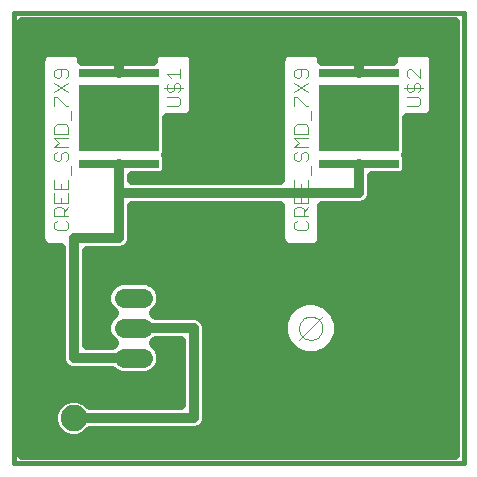
<source format=gtl>
G75*
G70*
%OFA0B0*%
%FSLAX24Y24*%
%IPPOS*%
%LPD*%
%AMOC8*
5,1,8,0,0,1.08239X$1,22.5*
%
%ADD10C,0.0160*%
%ADD11C,0.0040*%
%ADD12R,0.2677X0.0276*%
%ADD13R,0.2677X0.2205*%
%ADD14C,0.0640*%
%ADD15C,0.0010*%
%ADD16C,0.0886*%
%ADD17C,0.0320*%
D10*
X000262Y000262D02*
X000262Y015262D01*
X015262Y015262D01*
X015262Y000262D01*
X000262Y000262D01*
D11*
X005356Y012173D02*
X005740Y012173D01*
X005817Y012249D01*
X005817Y012403D01*
X005740Y012479D01*
X005356Y012479D01*
X005740Y012633D02*
X005817Y012710D01*
X005817Y012863D01*
X005740Y012940D01*
X005663Y012940D01*
X005587Y012863D01*
X005587Y012710D01*
X005510Y012633D01*
X005433Y012633D01*
X005356Y012710D01*
X005356Y012863D01*
X005433Y012940D01*
X005280Y012786D02*
X005894Y012786D01*
X005510Y013093D02*
X005356Y013247D01*
X005817Y013247D01*
X005817Y013400D02*
X005817Y013093D01*
X001693Y008336D02*
X001616Y008259D01*
X001616Y008106D01*
X001693Y008029D01*
X002000Y008029D01*
X002077Y008106D01*
X002077Y008259D01*
X002000Y008336D01*
X002077Y008489D02*
X001616Y008489D01*
X001616Y008720D01*
X001693Y008796D01*
X001847Y008796D01*
X001923Y008720D01*
X001923Y008489D01*
X001923Y008643D02*
X002077Y008796D01*
X001616Y009257D02*
X001616Y008950D01*
X002077Y008950D01*
X002077Y009257D01*
X001847Y009103D02*
X001847Y008950D01*
X001616Y009717D02*
X001616Y009410D01*
X002077Y009410D01*
X002077Y009717D01*
X001847Y009564D02*
X001847Y009410D01*
X002153Y009870D02*
X002153Y010177D01*
X001693Y010638D02*
X001616Y010561D01*
X001616Y010407D01*
X001693Y010331D01*
X001770Y010331D01*
X001847Y010407D01*
X001847Y010561D01*
X001923Y010638D01*
X002000Y010638D01*
X002077Y010561D01*
X002077Y010407D01*
X002000Y010331D01*
X002077Y010791D02*
X001616Y010791D01*
X001770Y010945D01*
X001616Y011098D01*
X002077Y011098D01*
X001616Y011251D02*
X002077Y011251D01*
X002077Y011482D01*
X002000Y011558D01*
X001693Y011558D01*
X001616Y011482D01*
X001616Y011251D01*
X002153Y011712D02*
X002153Y012019D01*
X001616Y012172D02*
X001616Y012479D01*
X001693Y012479D01*
X002000Y012172D01*
X002077Y012172D01*
X001616Y012633D02*
X002077Y012939D01*
X002077Y012633D02*
X001616Y012939D01*
X002000Y013093D02*
X002077Y013170D01*
X002077Y013323D01*
X002000Y013400D01*
X001693Y013400D01*
X001616Y013323D01*
X001616Y013170D01*
X001693Y013093D01*
X001770Y013093D01*
X001847Y013170D01*
X001847Y013400D01*
X013356Y012173D02*
X013740Y012173D01*
X013817Y012249D01*
X013817Y012403D01*
X013740Y012479D01*
X013356Y012479D01*
X013740Y012633D02*
X013817Y012710D01*
X013817Y012863D01*
X013740Y012940D01*
X013663Y012940D01*
X013587Y012863D01*
X013587Y012710D01*
X013510Y012633D01*
X013433Y012633D01*
X013356Y012710D01*
X013356Y012863D01*
X013433Y012940D01*
X013280Y012786D02*
X013894Y012786D01*
X013817Y013400D02*
X013817Y013093D01*
X013510Y013400D01*
X013433Y013400D01*
X013356Y013323D01*
X013356Y013170D01*
X013433Y013093D01*
X009693Y008336D02*
X009616Y008259D01*
X009616Y008106D01*
X009693Y008029D01*
X010000Y008029D01*
X010077Y008106D01*
X010077Y008259D01*
X010000Y008336D01*
X010077Y008489D02*
X009616Y008489D01*
X009616Y008720D01*
X009693Y008796D01*
X009847Y008796D01*
X009923Y008720D01*
X009923Y008489D01*
X009923Y008643D02*
X010077Y008796D01*
X009616Y009257D02*
X009616Y008950D01*
X010077Y008950D01*
X010077Y009257D01*
X009847Y009103D02*
X009847Y008950D01*
X009616Y009717D02*
X009616Y009410D01*
X010077Y009410D01*
X010077Y009717D01*
X009847Y009564D02*
X009847Y009410D01*
X010153Y009870D02*
X010153Y010177D01*
X009693Y010638D02*
X009616Y010561D01*
X009616Y010407D01*
X009693Y010331D01*
X009770Y010331D01*
X009847Y010407D01*
X009847Y010561D01*
X009923Y010638D01*
X010000Y010638D01*
X010077Y010561D01*
X010077Y010407D01*
X010000Y010331D01*
X010077Y010791D02*
X009616Y010791D01*
X009770Y010945D01*
X009616Y011098D01*
X010077Y011098D01*
X009616Y011251D02*
X010077Y011251D01*
X010077Y011482D01*
X010000Y011558D01*
X009693Y011558D01*
X009616Y011482D01*
X009616Y011251D01*
X010153Y011712D02*
X010153Y012019D01*
X009616Y012172D02*
X009616Y012479D01*
X009693Y012479D01*
X010000Y012172D01*
X010077Y012172D01*
X009616Y012633D02*
X010077Y012939D01*
X010077Y012633D02*
X009616Y012939D01*
X010000Y013093D02*
X010077Y013170D01*
X010077Y013323D01*
X010000Y013400D01*
X009693Y013400D01*
X009616Y013323D01*
X009616Y013170D01*
X009693Y013093D01*
X009770Y013093D01*
X009847Y013170D01*
X009847Y013400D01*
D12*
X003762Y013278D03*
X003762Y010246D03*
X011762Y013278D03*
X011762Y010246D03*
D13*
X003762Y011762D03*
X011762Y011762D03*
D14*
X004582Y005762D02*
X003942Y005762D01*
X003942Y004762D02*
X004582Y004762D01*
X004582Y003762D02*
X003942Y003762D01*
D15*
X009772Y004762D02*
X009774Y004801D01*
X009780Y004839D01*
X009789Y004877D01*
X009803Y004913D01*
X009819Y004949D01*
X009840Y004982D01*
X009863Y005013D01*
X009890Y005041D01*
X009919Y005067D01*
X009950Y005090D01*
X009984Y005109D01*
X010020Y005125D01*
X010056Y005137D01*
X010094Y005146D01*
X010133Y005151D01*
X010172Y005152D01*
X010210Y005149D01*
X010249Y005142D01*
X010286Y005132D01*
X010322Y005117D01*
X010357Y005100D01*
X010390Y005079D01*
X010420Y005054D01*
X010448Y005027D01*
X010473Y004997D01*
X010495Y004965D01*
X010513Y004931D01*
X010528Y004895D01*
X010540Y004858D01*
X010548Y004820D01*
X010552Y004781D01*
X010552Y004743D01*
X010548Y004704D01*
X010540Y004666D01*
X010528Y004629D01*
X010513Y004593D01*
X010495Y004559D01*
X010473Y004527D01*
X010448Y004497D01*
X010420Y004470D01*
X010390Y004445D01*
X010357Y004424D01*
X010322Y004407D01*
X010286Y004392D01*
X010249Y004382D01*
X010210Y004375D01*
X010172Y004372D01*
X010133Y004373D01*
X010094Y004378D01*
X010056Y004387D01*
X010020Y004399D01*
X009984Y004415D01*
X009950Y004434D01*
X009919Y004457D01*
X009890Y004483D01*
X009863Y004511D01*
X009840Y004542D01*
X009819Y004575D01*
X009803Y004611D01*
X009789Y004647D01*
X009780Y004685D01*
X009774Y004723D01*
X009772Y004762D01*
X009762Y004362D02*
X010562Y005162D01*
D16*
X013262Y001762D03*
X002262Y001762D03*
D17*
X014982Y014982D02*
X014982Y000542D01*
X000542Y000542D01*
X000542Y014982D01*
X014982Y014982D01*
X011092Y004577D02*
X011092Y004947D01*
X010950Y005289D01*
X010689Y005550D01*
X010347Y005692D01*
X009977Y005692D01*
X009635Y005550D01*
X009374Y005289D01*
X009232Y004947D01*
X009232Y004577D01*
X009374Y004235D01*
X009635Y003974D01*
X009977Y003832D01*
X010347Y003832D01*
X010689Y003974D01*
X010950Y004235D01*
X011092Y004577D01*
X002649Y002341D02*
X002398Y002445D01*
X002126Y002445D01*
X001875Y002341D01*
X001683Y002149D01*
X001579Y001898D01*
X001579Y001626D01*
X001683Y001375D01*
X001875Y001183D01*
X002126Y001079D01*
X002398Y001079D01*
X002649Y001183D01*
X002788Y001322D01*
X006174Y001322D01*
X006350Y001322D01*
X006511Y001389D01*
X006635Y001513D01*
X006702Y001674D01*
X006702Y004674D01*
X006702Y004850D01*
X006635Y005011D01*
X006511Y005135D01*
X006350Y005202D01*
X004991Y005202D01*
X004931Y005262D01*
X005091Y005422D01*
X005182Y005643D01*
X005182Y005881D01*
X005091Y006102D01*
X004922Y006271D01*
X004701Y006362D01*
X003823Y006362D01*
X003602Y006271D01*
X003433Y006102D01*
X003342Y005881D01*
X003342Y005643D01*
X003433Y005422D01*
X003594Y005262D01*
X003433Y005102D01*
X003342Y004881D01*
X003342Y004643D01*
X003433Y004422D01*
X003594Y004262D01*
X003534Y004202D01*
X002702Y004202D01*
X002702Y007322D01*
X003674Y007322D01*
X003850Y007322D01*
X004011Y007389D01*
X004135Y007513D01*
X004202Y007674D01*
X004202Y008822D01*
X009150Y008822D01*
X009150Y007706D01*
X009153Y007679D01*
X009158Y007652D01*
X009166Y007625D01*
X009177Y007600D01*
X009190Y007576D01*
X009205Y007553D01*
X009222Y007532D01*
X009242Y007512D01*
X009263Y007495D01*
X009286Y007479D01*
X009310Y007467D01*
X009336Y007456D01*
X009362Y007448D01*
X009389Y007443D01*
X009416Y007440D01*
X010277Y007440D01*
X010304Y007443D01*
X010331Y007448D01*
X010358Y007456D01*
X010383Y007467D01*
X010407Y007479D01*
X010430Y007495D01*
X010452Y007512D01*
X010471Y007532D01*
X010488Y007553D01*
X010504Y007576D01*
X010517Y007600D01*
X010527Y007625D01*
X010535Y007652D01*
X010541Y007679D01*
X010543Y007706D01*
X010543Y008822D01*
X011674Y008822D01*
X011850Y008822D01*
X012011Y008889D01*
X012135Y009013D01*
X012202Y009174D01*
X012202Y009829D01*
X013156Y009829D01*
X013259Y009871D01*
X013338Y009950D01*
X013381Y010053D01*
X013381Y010440D01*
X013347Y010522D01*
X013381Y010604D01*
X013381Y011774D01*
X014017Y011774D01*
X014045Y011777D01*
X014072Y011782D01*
X014098Y011790D01*
X014123Y011800D01*
X014148Y011813D01*
X014170Y011829D01*
X014192Y011846D01*
X014211Y011866D01*
X014229Y011887D01*
X014244Y011910D01*
X014257Y011934D01*
X014267Y011959D01*
X014275Y011986D01*
X014281Y012013D01*
X014283Y012040D01*
X014283Y013714D01*
X014281Y013741D01*
X014275Y013768D01*
X014267Y013795D01*
X014257Y013820D01*
X014244Y013844D01*
X014229Y013867D01*
X014211Y013889D01*
X014192Y013908D01*
X014170Y013925D01*
X014148Y013941D01*
X014123Y013954D01*
X014098Y013964D01*
X014072Y013972D01*
X014045Y013978D01*
X014017Y013980D01*
X013156Y013980D01*
X013129Y013978D01*
X013102Y013972D01*
X013076Y013964D01*
X013050Y013954D01*
X013026Y013941D01*
X013003Y013925D01*
X012982Y013908D01*
X012962Y013889D01*
X012945Y013867D01*
X012930Y013844D01*
X012917Y013820D01*
X012906Y013795D01*
X012898Y013768D01*
X012893Y013741D01*
X012890Y013714D01*
X012890Y013676D01*
X011762Y013676D01*
X011762Y013278D01*
X011762Y013278D01*
X011762Y013676D01*
X010543Y013676D01*
X010543Y013714D01*
X010541Y013741D01*
X010535Y013768D01*
X010527Y013795D01*
X010517Y013820D01*
X010504Y013844D01*
X010488Y013867D01*
X010471Y013889D01*
X010452Y013908D01*
X010430Y013925D01*
X010407Y013941D01*
X010383Y013954D01*
X010358Y013964D01*
X010331Y013972D01*
X010304Y013978D01*
X010277Y013980D01*
X009416Y013980D01*
X009389Y013978D01*
X009362Y013972D01*
X009336Y013964D01*
X009310Y013954D01*
X009286Y013941D01*
X009263Y013925D01*
X009242Y013908D01*
X009222Y013889D01*
X009205Y013867D01*
X009190Y013844D01*
X009177Y013820D01*
X009166Y013795D01*
X009158Y013768D01*
X009153Y013741D01*
X009150Y013714D01*
X009150Y009702D01*
X004202Y009702D01*
X004202Y009829D01*
X005156Y009829D01*
X005259Y009871D01*
X005338Y009950D01*
X005381Y010053D01*
X005381Y010440D01*
X005347Y010522D01*
X005381Y010604D01*
X005381Y011774D01*
X006017Y011774D01*
X006045Y011777D01*
X006072Y011782D01*
X006098Y011790D01*
X006123Y011800D01*
X006148Y011813D01*
X006170Y011829D01*
X006192Y011846D01*
X006211Y011866D01*
X006229Y011887D01*
X006244Y011910D01*
X006257Y011934D01*
X006267Y011959D01*
X006275Y011986D01*
X006281Y012013D01*
X006283Y012040D01*
X006283Y013714D01*
X006281Y013741D01*
X006275Y013768D01*
X006267Y013795D01*
X006257Y013820D01*
X006244Y013844D01*
X006229Y013867D01*
X006211Y013889D01*
X006192Y013908D01*
X006170Y013925D01*
X006148Y013941D01*
X006123Y013954D01*
X006098Y013964D01*
X006072Y013972D01*
X006045Y013978D01*
X006017Y013980D01*
X005156Y013980D01*
X005129Y013978D01*
X005102Y013972D01*
X005076Y013964D01*
X005050Y013954D01*
X005026Y013941D01*
X005003Y013925D01*
X004982Y013908D01*
X004962Y013889D01*
X004945Y013867D01*
X004930Y013844D01*
X004917Y013820D01*
X004906Y013795D01*
X004898Y013768D01*
X004893Y013741D01*
X004890Y013714D01*
X004890Y013676D01*
X003762Y013676D01*
X003762Y013278D01*
X003762Y013278D01*
X003762Y013676D01*
X002543Y013676D01*
X002543Y013714D01*
X002541Y013741D01*
X002535Y013768D01*
X002527Y013795D01*
X002517Y013820D01*
X002504Y013844D01*
X002488Y013867D01*
X002471Y013889D01*
X002452Y013908D01*
X002430Y013925D01*
X002407Y013941D01*
X002383Y013954D01*
X002358Y013964D01*
X002331Y013972D01*
X002304Y013978D01*
X002277Y013980D01*
X001416Y013980D01*
X001389Y013978D01*
X001362Y013972D01*
X001336Y013964D01*
X001310Y013954D01*
X001286Y013941D01*
X001263Y013925D01*
X001242Y013908D01*
X001222Y013889D01*
X001205Y013867D01*
X001190Y013844D01*
X001177Y013820D01*
X001166Y013795D01*
X001158Y013768D01*
X001153Y013741D01*
X001150Y013714D01*
X001150Y007706D01*
X001153Y007679D01*
X001158Y007652D01*
X001166Y007625D01*
X001177Y007600D01*
X001190Y007576D01*
X001205Y007553D01*
X001222Y007532D01*
X001242Y007512D01*
X001263Y007495D01*
X001286Y007479D01*
X001310Y007467D01*
X001336Y007456D01*
X001362Y007448D01*
X001389Y007443D01*
X001416Y007440D01*
X001822Y007440D01*
X001822Y003674D01*
X001889Y003513D01*
X002013Y003389D01*
X002174Y003322D01*
X002350Y003322D01*
X003534Y003322D01*
X003602Y003253D01*
X003823Y003162D01*
X004701Y003162D01*
X004922Y003253D01*
X005091Y003422D01*
X005182Y003643D01*
X005182Y003881D01*
X005091Y004102D01*
X004931Y004262D01*
X004991Y004322D01*
X005822Y004322D01*
X005822Y002202D01*
X002788Y002202D01*
X002649Y002341D01*
X000542Y000581D02*
X014982Y000581D01*
X014982Y000899D02*
X000542Y000899D01*
X000542Y001218D02*
X001841Y001218D01*
X002683Y001218D02*
X014982Y001218D01*
X001616Y001536D02*
X000542Y001536D01*
X006645Y001536D02*
X014982Y001536D01*
X001579Y001855D02*
X000542Y001855D01*
X006702Y001855D02*
X014982Y001855D01*
X001708Y002173D02*
X000542Y002173D01*
X006702Y002173D02*
X014982Y002173D01*
X005822Y002492D02*
X000542Y002492D01*
X006702Y002492D02*
X014982Y002492D01*
X005822Y002810D02*
X000542Y002810D01*
X006702Y002810D02*
X014982Y002810D01*
X005822Y003129D02*
X000542Y003129D01*
X006702Y003129D02*
X014982Y003129D01*
X001954Y003447D02*
X000542Y003447D01*
X005101Y003447D02*
X005822Y003447D01*
X006702Y003447D02*
X014982Y003447D01*
X001822Y003766D02*
X000542Y003766D01*
X005182Y003766D02*
X005822Y003766D01*
X006702Y003766D02*
X014982Y003766D01*
X001822Y004085D02*
X000542Y004085D01*
X005098Y004085D02*
X005822Y004085D01*
X006702Y004085D02*
X009524Y004085D01*
X010800Y004085D02*
X014982Y004085D01*
X001822Y004403D02*
X000542Y004403D01*
X002702Y004403D02*
X003452Y004403D01*
X006702Y004403D02*
X009304Y004403D01*
X011020Y004403D02*
X014982Y004403D01*
X001822Y004722D02*
X000542Y004722D01*
X002702Y004722D02*
X003342Y004722D01*
X006702Y004722D02*
X009232Y004722D01*
X011092Y004722D02*
X014982Y004722D01*
X001822Y005040D02*
X000542Y005040D01*
X002702Y005040D02*
X003408Y005040D01*
X006606Y005040D02*
X009271Y005040D01*
X011053Y005040D02*
X014982Y005040D01*
X001822Y005359D02*
X000542Y005359D01*
X002702Y005359D02*
X003497Y005359D01*
X005027Y005359D02*
X009444Y005359D01*
X010881Y005359D02*
X014982Y005359D01*
X001822Y005677D02*
X000542Y005677D01*
X002702Y005677D02*
X003342Y005677D01*
X005182Y005677D02*
X009941Y005677D01*
X010383Y005677D02*
X014982Y005677D01*
X001822Y005996D02*
X000542Y005996D01*
X002702Y005996D02*
X003389Y005996D01*
X005135Y005996D02*
X014982Y005996D01*
X001822Y006314D02*
X000542Y006314D01*
X002702Y006314D02*
X003708Y006314D01*
X004816Y006314D02*
X014982Y006314D01*
X001822Y006633D02*
X000542Y006633D01*
X002702Y006633D02*
X014982Y006633D01*
X001822Y006951D02*
X000542Y006951D01*
X002702Y006951D02*
X014982Y006951D01*
X001822Y007270D02*
X000542Y007270D01*
X002702Y007270D02*
X014982Y007270D01*
X001183Y007589D02*
X000542Y007589D01*
X004166Y007589D02*
X009183Y007589D01*
X010511Y007589D02*
X014982Y007589D01*
X001150Y007907D02*
X000542Y007907D01*
X004202Y007907D02*
X009150Y007907D01*
X010543Y007907D02*
X014982Y007907D01*
X001150Y008226D02*
X000542Y008226D01*
X004202Y008226D02*
X009150Y008226D01*
X010543Y008226D02*
X014982Y008226D01*
X001150Y008544D02*
X000542Y008544D01*
X004202Y008544D02*
X009150Y008544D01*
X010543Y008544D02*
X014982Y008544D01*
X001150Y008863D02*
X000542Y008863D01*
X011948Y008863D02*
X014982Y008863D01*
X001150Y009181D02*
X000542Y009181D01*
X012202Y009181D02*
X014982Y009181D01*
X001150Y009500D02*
X000542Y009500D01*
X012202Y009500D02*
X014982Y009500D01*
X001150Y009818D02*
X000542Y009818D01*
X004202Y009818D02*
X009150Y009818D01*
X012202Y009818D02*
X014982Y009818D01*
X001150Y010137D02*
X000542Y010137D01*
X005381Y010137D02*
X009150Y010137D01*
X013381Y010137D02*
X014982Y010137D01*
X001150Y010455D02*
X000542Y010455D01*
X005374Y010455D02*
X009150Y010455D01*
X013374Y010455D02*
X014982Y010455D01*
X001150Y010774D02*
X000542Y010774D01*
X005381Y010774D02*
X009150Y010774D01*
X013381Y010774D02*
X014982Y010774D01*
X001150Y011093D02*
X000542Y011093D01*
X005381Y011093D02*
X009150Y011093D01*
X013381Y011093D02*
X014982Y011093D01*
X001150Y011411D02*
X000542Y011411D01*
X005381Y011411D02*
X009150Y011411D01*
X013381Y011411D02*
X014982Y011411D01*
X001150Y011730D02*
X000542Y011730D01*
X005381Y011730D02*
X009150Y011730D01*
X013381Y011730D02*
X014982Y011730D01*
X001150Y012048D02*
X000542Y012048D01*
X006283Y012048D02*
X009150Y012048D01*
X014283Y012048D02*
X014982Y012048D01*
X001150Y012367D02*
X000542Y012367D01*
X006283Y012367D02*
X009150Y012367D01*
X014283Y012367D02*
X014982Y012367D01*
X001150Y012685D02*
X000542Y012685D01*
X006283Y012685D02*
X009150Y012685D01*
X014283Y012685D02*
X014982Y012685D01*
X001150Y013004D02*
X000542Y013004D01*
X006283Y013004D02*
X009150Y013004D01*
X014283Y013004D02*
X014982Y013004D01*
X001150Y013322D02*
X000542Y013322D01*
X003762Y013322D02*
X003762Y013322D01*
X006283Y013322D02*
X009150Y013322D01*
X011762Y013322D02*
X011762Y013322D01*
X014283Y013322D02*
X014982Y013322D01*
X001150Y013641D02*
X000542Y013641D01*
X003762Y013641D02*
X003762Y013641D01*
X006283Y013641D02*
X009150Y013641D01*
X011762Y013641D02*
X011762Y013641D01*
X014283Y013641D02*
X014982Y013641D01*
X001324Y013959D02*
X000542Y013959D01*
X002370Y013959D02*
X005064Y013959D01*
X006110Y013959D02*
X009324Y013959D01*
X010370Y013959D02*
X013064Y013959D01*
X014110Y013959D02*
X014982Y013959D01*
X014982Y014278D02*
X000542Y014278D01*
X000542Y014596D02*
X014982Y014596D01*
X014982Y014915D02*
X000542Y014915D01*
X002262Y001762D02*
X006262Y001762D01*
X006262Y004762D01*
X004262Y004762D01*
X004262Y003762D02*
X002262Y003762D01*
X002262Y007762D01*
X003762Y007762D01*
X003762Y009262D01*
X003762Y010246D01*
X003762Y009262D02*
X011762Y009262D01*
X011762Y010246D01*
M02*

</source>
